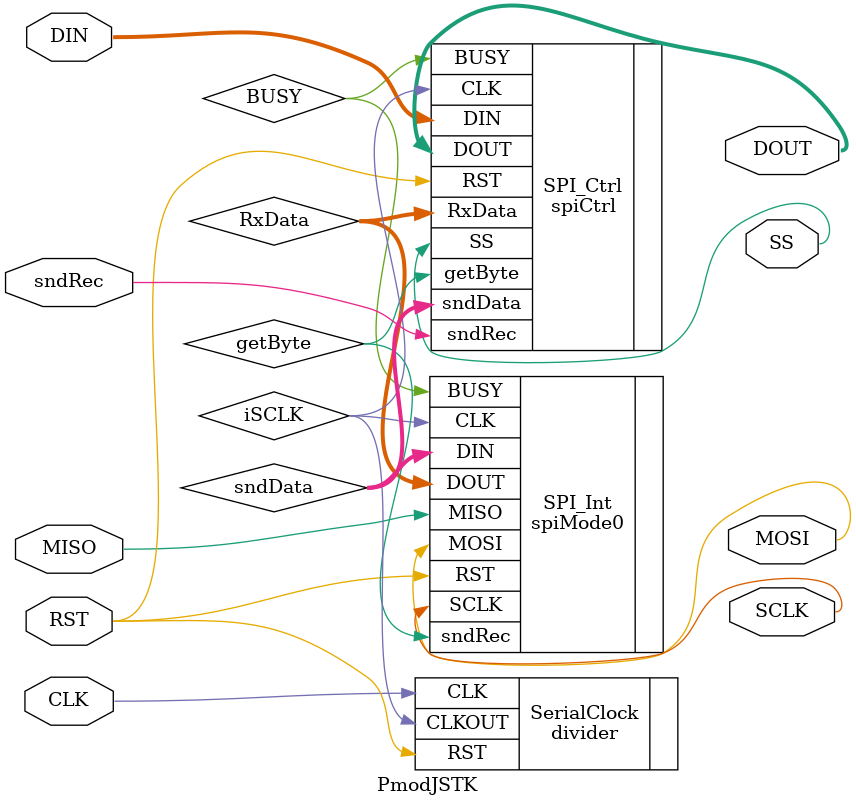
<source format=v>
`timescale 1ns / 1ps

// ==============================================================================
// 										  Define Module
// ==============================================================================
module PmodJSTK(
			CLK,
			RST,
			sndRec,
			DIN,
			MISO,
			SS,
			SCLK,
			MOSI,
			DOUT
    );

// ===========================================================================
// 										Port Declarations
// ===========================================================================
			input CLK;						// 100MHz onboard clock
			input RST;						// Reset
			input sndRec;					// Send receive, initializes data read/write
			input [7:0] DIN;				// Data that is to be sent to the slave
			input MISO;						// Master in slave out
			output SS;						// Slave select, active low
			output SCLK;					// Serial clock
			output MOSI;					// Master out slave in
			output [39:0] DOUT;			// All data read from the slave

// ===========================================================================
// 							  Parameters, Regsiters, and Wires
// ===========================================================================

			// Output wires and registers
			wire SS;
			wire SCLK;
			wire MOSI;
			wire [39:0] DOUT;

			wire getByte;									// Initiates a data byte transfer in SPI_Int
			wire [7:0] sndData;							// Data to be sent to Slave
			wire [7:0] RxData;							// Output data from SPI_Int
			wire BUSY;										// Handshake from SPI_Int to SPI_Ctrl
			

			// 66.67kHz Clock Divider, period 15us
			wire iSCLK;										// Internal serial clock,
																// not directly output to slave,
																// controls state machine, etc.

// ===========================================================================
// 										Implementation
// ===========================================================================

			//-----------------------------------------------
			//  	  				SPI Controller
			//-----------------------------------------------
			spiCtrl SPI_Ctrl(
					.CLK(iSCLK),
					.RST(RST),
					.sndRec(sndRec),
					.BUSY(BUSY),
					.DIN(DIN),
					.RxData(RxData),
					.SS(SS),
					.getByte(getByte),
					.sndData(sndData),
					.DOUT(DOUT)
			);

			//-----------------------------------------------
			//  	  				  SPI Mode 0
			//-----------------------------------------------
			spiMode0 SPI_Int(
					.CLK(iSCLK),
					.RST(RST),
					.sndRec(getByte),
					.DIN(sndData),
					.MISO(MISO),
					.MOSI(MOSI),
					.SCLK(SCLK),
					.BUSY(BUSY),
					.DOUT(RxData)
			);

			//-----------------------------------------------
			//  	  				SPI Controller
			//-----------------------------------------------
			divider #(.DIV(1500)) SerialClock(
					.CLK(CLK),
					.RST(RST),
					.CLKOUT(iSCLK)
			);

endmodule

</source>
